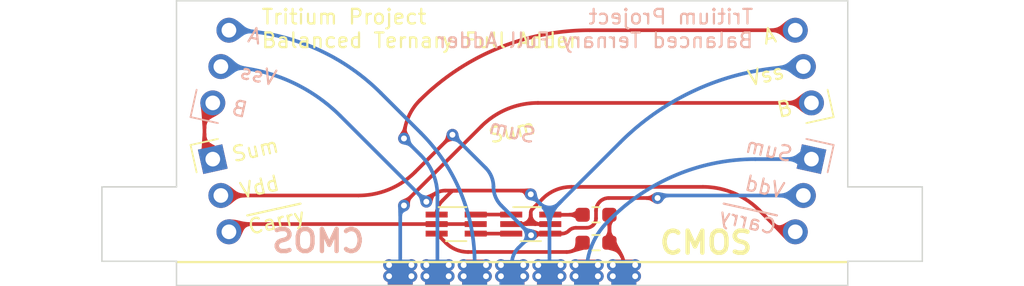
<source format=kicad_pcb>
(kicad_pcb (version 20241229) (generator "pcbnew") (generator_version "9.0")
  (layers (0 "F.Cu" signal) (2 "B.Cu" signal) (13 "F.Paste" user) (15 "B.Paste" user) (5 "F.SilkS" user "F.Silkscreen") (7 "B.SilkS" user "B.Silkscreen") (1 "F.Mask" user) (3 "B.Mask" user) (25 "Edge.Cuts" user))
  (net 0 "")
  (net 1 "Net-(Q1-Pad1)")
  (net 2 "/NAny/A")
  (net 3 "Net-(Q1-Pad3)")
  (net 4 "VDD")
  (net 5 "Net-(Q1-Pad6)")
  (net 6 "VSS")
  (net 7 "/NAny/B")
  (net 8 "Net-(Q2-Pad3)")
  (net 9 "Carry")
  (net 10 "Net-(U1-Pad1)")
  (net 11 "B")
  (net 12 "A")
  (net 13 "Sum")
  (net 14 "C")
  (footprint "Package_TO_SOT_SMD:SOT-363_SC-70-6_Handsoldering" (layer "F.Cu") (at 147.32 80.01)
    (property "Reference" "Q2" (hide yes))
    (property "Value" "BSS8402DW-7-F")
  )
  (footprint "MountingHole:MountingHole_2.2mm_M2" (layer "F.Cu") (at 176.53 80.01)
    (property "Reference" "REF**" (hide yes))
    (property "Value" "MountingHole_2.2mm_M2")
  )
  (footprint "Package_TO_SOT_SMD:SOT-363_SC-70-6_Handsoldering" (layer "F.Cu") (at 152.4 80.01)
    (property "Reference" "Q1" (hide yes))
    (property "Value" "BSS8402DW-7-F")
  )
  (footprint "" (layer "F.Cu") (at 151.13 83.312)
    (property "Reference" "")
    (property "Value" "")
  )
  (footprint "" (layer "F.Cu") (at 158.738304 83.28337)
    (property "Reference" "")
    (property "Value" "")
  )
  (footprint "" (layer "F.Cu") (at 146.05 83.312)
    (property "Reference" "")
    (property "Value" "")
  )
  (footprint "FullAdder:Sum" (layer "F.Cu") (at 151.13 73.66 12.5)
    (property "Reference" "U1" (hide yes))
    (property "Value" "Sum")
  )
  (footprint "Resistor_SMD:R_0603_1608Metric_Pad0.98x0.95mm_HandSolder" (layer "F.Cu") (at 156.845 79.375 180)
    (property "Reference" "R2" (hide yes))
    (property "Value" "12k")
  )
  (footprint "" (layer "F.Cu") (at 143.51 83.312)
    (property "Reference" "")
    (property "Value" "")
  )
  (footprint "Resistor_SMD:R_0603_1608Metric_Pad0.98x0.95mm_HandSolder" (layer "F.Cu") (at 156.845 81.28)
    (property "Reference" "R1" (hide yes))
    (property "Value" "12k")
  )
  (footprint "MountingHole:MountingHole_2.2mm_M2" (layer "F.Cu") (at 125.73 80.01)
    (property "Reference" "REF**" (hide yes))
    (property "Value" "MountingHole_2.2mm_M2")
  )
  (footprint "" (layer "F.Cu") (at 148.57387 83.28337)
    (property "Reference" "")
    (property "Value" "")
  )
  (footprint "" (layer "F.Cu") (at 153.67 83.312)
    (property "Reference" "")
    (property "Value" "")
  )
  (footprint "" (layer "F.Cu") (at 156.206369 83.28337)
    (property "Reference" "")
    (property "Value" "")
  )
  (footprint "" (layer "B.Cu") (at 153.674434 83.28337 180)
    (property "Reference" "")
    (property "Value" "")
  )
  (footprint "" (layer "B.Cu") (at 143.51 83.28337 180)
    (property "Reference" "")
    (property "Value" "")
  )
  (footprint "" (layer "B.Cu") (at 156.198304 83.312 180)
    (property "Reference" "")
    (property "Value" "")
  )
  (footprint "FullAdder:Sum" (layer "B.Cu") (at 151.13 73.66 167.5)
    (property "Reference" "U2" (hide yes))
    (property "Value" "Sum")
  )
  (footprint "" (layer "B.Cu") (at 146.041935 83.28337 180)
    (property "Reference" "")
    (property "Value" "")
  )
  (footprint "" (layer "B.Cu") (at 158.738304 83.312 180)
    (property "Reference" "")
    (property "Value" "")
  )
  (footprint "" (layer "B.Cu") (at 148.578304 83.312 180)
    (property "Reference" "")
    (property "Value" "")
  )
  (footprint "" (layer "B.Cu") (at 151.118304 83.312 180)
    (property "Reference" "")
    (property "Value" "")
  )
  (gr_line (start 128.27 82.601) (end 173.99 82.601) (stroke (width 0.15)) (layer "F.SilkS"))
  (gr_line (start 173.99 77.47) (end 179.07 77.47) (stroke (width 0.1)) (layer "Edge.Cuts"))
  (gr_line (start 128.27 64.77) (end 173.99 64.77) (stroke (width 0.1)) (layer "Edge.Cuts"))
  (gr_line (start 128.27 84.201) (end 173.99 84.201) (stroke (width 0.1)) (layer "Edge.Cuts"))
  (gr_line (start 128.27 77.47) (end 123.19 77.47) (stroke (width 0.1)) (layer "Edge.Cuts"))
  (gr_line (start 179.07 77.47) (end 179.07 82.55) (stroke (width 0.1)) (layer "Edge.Cuts"))
  (gr_line (start 128.27 82.55) (end 128.27 84.201) (stroke (width 0.1)) (layer "Edge.Cuts"))
  (gr_line (start 128.27 64.77) (end 128.27 77.47) (stroke (width 0.1)) (layer "Edge.Cuts"))
  (gr_line (start 173.99 73.66) (end 173.99 77.47) (stroke (width 0.1)) (layer "Edge.Cuts"))
  (gr_line (start 173.99 64.77) (end 173.99 73.66) (stroke (width 0.1)) (layer "Edge.Cuts"))
  (gr_line (start 123.19 82.55) (end 128.27 82.55) (stroke (width 0.1)) (layer "Edge.Cuts"))
  (gr_line (start 173.99 82.55) (end 173.99 84.201) (stroke (width 0.1)) (layer "Edge.Cuts"))
  (gr_line (start 123.19 77.47) (end 123.19 82.55) (stroke (width 0.1)) (layer "Edge.Cuts"))
  (gr_line (start 179.07 82.55) (end 173.99 82.55) (stroke (width 0.1)) (layer "Edge.Cuts"))
  (gr_text "Tritium Project\nBalanced Ternary Full Adder" (at 133.985 66.675 0) (layer "F.SilkS") (effects (font (size 1 1)) (justify left)))
  (gr_text "CMOS" (at 167.64 81.28 0) (layer "F.SilkS") (effects (font (size 1.5 1.5) (thickness 0.3)) (justify right)))
  (gr_text "Tritium Project\nBalanced Ternary Full Adder" (at 167.64 66.675 0) (layer "B.SilkS") (effects (font (size 1 1)) (justify left mirror)))
  (gr_text "CMOS" (at 134.62 81.17 0) (layer "B.SilkS") (effects (font (size 1.5 1.5) (thickness 0.3)) (justify right mirror)))
  (segment (start 148.65 79.36) (end 151.07 79.36) (width 0.25) (layer "F.Cu") (net 1))
  (segment (start 151.765 80.01) (end 151.07 80.01) (width 0.25) (layer "F.Cu") (net 2))
  (segment (start 170.365 80.591422) (end 170.418578 80.537845) (width 0.25) (layer "F.Cu") (net 2))
  (segment (start 164.124935 77.47) (end 155.165512 77.47) (width 0.25) (layer "F.Cu") (net 2))
  (segment (start 169.274028 80.374028) (end 167.9575 79.0575) (width 0.25) (layer "F.Cu") (net 2))
  (segment (start 152.0825 80.01) (end 152.7175 80.01) (width 0.25) (layer "F.Cu") (net 2))
  (segment (start 152.4 79.375) (end 152.4 79.6925) (width 0.25) (layer "F.Cu") (net 2))
  (segment (start 152.4 79.375) (end 152.4 79.2325) (width 0.25) (layer "F.Cu") (net 2))
  (segment (start 151.765 80.01) (end 152.0825 80.01) (width 0.25) (layer "F.Cu") (net 2))
  (segment (start 152.7175 80.01) (end 153.035 80.01) (width 0.25) (layer "F.Cu") (net 2))
  (segment (start 153.035 80.01) (end 153.73 80.01) (width 0.25) (layer "F.Cu") (net 2))
  (segment (start 169.928211 80.645) (end 170.235652 80.645) (width 0.25) (layer "F.Cu") (net 2))
  (segment (start 152.500762 78.989237) (end 153.209999 78.279999) (width 0.25) (layer "F.Cu") (net 2))
  (arc (start 170.365 80.591422) (mid 170.305654 80.631075) (end 170.235652 80.645) (width 0.25) (layer "F.Cu") (net 2))
  (arc (start 152.7175 80.01) (mid 152.492993 79.917006) (end 152.4 79.6925) (width 0.25) (layer "F.Cu") (net 2))
  (arc (start 167.9575 79.0575) (mid 166.199104 77.882577) (end 164.124935 77.47) (width 0.25) (layer "F.Cu") (net 2))
  (arc (start 169.274028 80.374028) (mid 169.574169 80.574576) (end 169.928211 80.645) (width 0.25) (layer "F.Cu") (net 2))
  (arc (start 155.165512 77.47) (mid 154.107196 77.680511) (end 153.209999 78.279999) (width 0.25) (layer "F.Cu") (net 2))
  (arc (start 151.765 80.01) (mid 152.214012 79.824012) (end 152.4 79.375) (width 0.25) (layer "F.Cu") (net 2))
  (arc (start 152.4 79.2325) (mid 152.426187 79.100847) (end 152.500762 78.989237) (width 0.25) (layer "F.Cu") (net 2))
  (arc (start 152.4 79.375) (mid 152.585987 79.824012) (end 153.035 80.01) (width 0.25) (layer "F.Cu") (net 2))
  (arc (start 152.0825 80.01) (mid 152.307006 79.917006) (end 152.4 79.6925) (width 0.25) (layer "F.Cu") (net 2))
  (segment (start 148.65 80.66) (end 151.07 80.66) (width 0.25) (layer "F.Cu") (net 3))
  (segment (start 154.517985 80.66) (end 153.73 80.66) (width 0.25) (layer "F.Cu") (net 4))
  (segment (start 156.845 79.09921) (end 156.845 79.613592) (width 0.25) (layer "F.Cu") (net 4))
  (segment (start 155.474014 80.264) (end 156.194592 80.264) (width 0.25) (layer "F.Cu") (net 4))
  (segment (start 157.71221 78.232) (end 161.036 78.232) (width 0.25) (layer "F.Cu") (net 4))
  (segment (start 144.515739 76.46426) (end 147.066 73.914) (width 0.25) (layer "F.Cu") (net 4))
  (segment (start 152.475502 80.716) (end 152.419502 80.772) (width 0.25) (layer "F.Cu") (net 4))
  (segment (start 140.667983 78.058053) (end 131.291665 78.058053) (width 0.25) (layer "F.Cu") (net 4))
  (segment (start 152.610697 80.66) (end 153.73 80.66) (width 0.25) (layer "F.Cu") (net 4))
  (via (at 150.368 83.566) (size 0.8) (drill 0.4) (layers "F.Cu" "B.Cu") (net 4))
  (via (at 151.892 83.566) (size 0.8) (drill 0.4) (layers "F.Cu" "B.Cu") (net 4))
  (via (at 147.066 73.914) (size 0.8) (drill 0.4) (layers "F.Cu" "B.Cu") (net 4))
  (via (at 151.892 82.804) (size 0.8) (drill 0.4) (layers "F.Cu" "B.Cu") (net 4))
  (via (at 150.368 82.804) (size 0.8) (drill 0.4) (layers "F.Cu" "B.Cu") (net 4))
  (via (at 161.036 78.232) (size 0.8) (drill 0.4) (layers "F.Cu" "B.Cu") (net 4))
  (via (at 152.419502 80.772) (size 0.8) (drill 0.4) (layers "F.Cu" "B.Cu") (net 4))
  (arc (start 154.996 80.462) (mid 155.215314 80.315458) (end 155.474014 80.264) (width 0.25) (layer "F.Cu") (net 4))
  (arc (start 144.515739 76.46426) (mid 142.750373 77.643839) (end 140.667983 78.058053) (width 0.25) (layer "F.Cu") (net 4))
  (arc (start 152.610697 80.66) (mid 152.53753 80.674553) (end 152.475502 80.716) (width 0.25) (layer "F.Cu") (net 4))
  (arc (start 156.845 79.613592) (mid 156.79549 79.862492) (end 156.6545 80.0735) (width 0.25) (layer "F.Cu") (net 4))
  (arc (start 157.71221 78.232) (mid 157.380343 78.298012) (end 157.099 78.486) (width 0.25) (layer "F.Cu") (net 4))
  (arc (start 156.6545 80.0735) (mid 156.443492 80.21449) (end 156.194592 80.264) (width 0.25) (layer "F.Cu") (net 4))
  (arc (start 154.996 80.462) (mid 154.776684 80.608541) (end 154.517985 80.66) (width 0.25) (layer "F.Cu") (net 4))
  (arc (start 157.099 78.486) (mid 156.911012 78.767343) (end 156.845 79.09921) (width 0.25) (layer "F.Cu") (net 4))
  (segment (start 161.332946 78.058053) (end 170.968335 78.058053) (width 0.25) (layer "B.Cu") (net 4))
  (segment (start 151.118304 82.692599) (end 151.118304 83.312) (width 0.25) (layer "B.Cu") (net 4))
  (segment (start 161.036 78.232) (end 161.122973 78.145026) (width 0.25) (layer "B.Cu") (net 4))
  (segment (start 149.328148 76.176148) (end 147.066 73.914) (width 0.25) (layer "B.Cu") (net 4))
  (segment (start 150.391866 78.744364) (end 152.419502 80.772) (width 0.25) (layer "B.Cu") (net 4))
  (segment (start 151.556286 81.635215) (end 152.419502 80.772) (width 0.25) (layer "B.Cu") (net 4))
  (arc (start 149.328148 76.176148) (mid 149.721786 76.765277) (end 149.86 77.460249) (width 0.25) (layer "B.Cu") (net 4))
  (arc (start 150.391866 78.744364) (mid 149.998217 78.155221) (end 149.86 77.460249) (width 0.25) (layer "B.Cu") (net 4))
  (arc (start 161.122973 78.145026) (mid 161.219309 78.080656) (end 161.332946 78.058053) (width 0.25) (layer "B.Cu") (net 4))
  (arc (start 151.556286 81.635215) (mid 151.232131 82.120347) (end 151.118304 82.692599) (width 0.25) (layer "B.Cu") (net 4))
  (segment (start 153.755606 79.375) (end 155.9325 79.375) (width 0.25) (layer "F.Cu") (net 5))
  (segment (start 153.7375 79.3675) (end 153.73 79.36) (width 0.25) (layer "F.Cu") (net 5))
  (arc (start 153.7375 79.3675) (mid 153.745807 79.37305) (end 153.755606 79.375) (width 0.25) (layer "F.Cu") (net 5))
  (segment (start 147.319999 77.724) (end 147.574 77.724) (width 0.25) (layer "F.Cu") (net 6))
  (segment (start 151.966394 77.724) (end 147.574 77.724) (width 0.25) (layer "F.Cu") (net 6))
  (segment (start 147.192999 77.724) (end 147.319999 77.724) (width 0.25) (layer "F.Cu") (net 6))
  (segment (start 146.976196 77.813802) (end 146.378027 78.411972) (width 0.25) (layer "F.Cu") (net 6))
  (segment (start 147.574 77.724) (end 147.319999 77.724) (width 0.25) (layer "F.Cu") (net 6))
  (segment (start 145.669 78.105) (end 145.288 78.486) (width 0.25) (layer "F.Cu") (net 6))
  (segment (start 152.273 77.851) (end 152.4 77.978) (width 0.25) (layer "F.Cu") (net 6))
  (segment (start 147.192999 77.724) (end 147.319999 77.724) (width 0.25) (layer "F.Cu") (net 6))
  (segment (start 146.588815 77.724) (end 147.192999 77.724) (width 0.25) (layer "F.Cu") (net 6))
  (segment (start 145.99 79.3375) (end 145.99 79.34875) (width 0.25) (layer "F.Cu") (net 6))
  (via (at 154.432 83.566) (size 0.8) (drill 0.4) (layers "F.Cu" "B.Cu") (net 6))
  (via (at 152.908 82.804) (size 0.8) (drill 0.4) (layers "F.Cu" "B.Cu") (net 6))
  (via (at 145.288 78.486) (size 0.8) (drill 0.4) (layers "F.Cu" "B.Cu") (net 6))
  (via (at 154.432 82.804) (size 0.8) (drill 0.4) (layers "F.Cu" "B.Cu") (net 6))
  (via (at 152.908 83.566) (size 0.8) (drill 0.4) (layers "F.Cu" "B.Cu") (net 6))
  (via (at 152.4 77.978) (size 0.8) (drill 0.4) (layers "F.Cu" "B.Cu") (net 6))
  (arc (start 146.588815 77.724) (mid 146.091014 77.823018) (end 145.669 78.105) (width 0.25) (layer "F.Cu") (net 6))
  (arc (start 152.273 77.851) (mid 152.132328 77.757006) (end 151.966394 77.724) (width 0.25) (layer "F.Cu") (net 6))
  (arc (start 147.319999 77.724) (mid 147.319999 77.724) (end 147.319999 77.724) (width 0.25) (layer "F.Cu") (net 6))
  (arc (start 147.192999 77.724) (mid 147.192999 77.724) (end 147.192999 77.724) (width 0.25) (layer "F.Cu") (net 6))
  (arc (start 145.99 79.3375) (mid 145.985865 79.316712) (end 145.97409 79.29909) (width 0.25) (layer "F.Cu") (net 6))
  (arc (start 145.99 79.34875) (mid 145.99 79.34875) (end 145.99 79.34875) (width 0.25) (layer "F.Cu") (net 6))
  (arc (start 146.976196 77.813802) (mid 147.075666 77.747338) (end 147.192999 77.724) (width 0.25) (layer "F.Cu") (net 6))
  (arc (start 146.378027 78.411972) (mid 146.090845 78.84177) (end 145.99 79.34875) (width 0.25) (layer "F.Cu") (net 6))
  (segment (start 154.374041 78.552824) (end 154.018233 78.908632) (width 0.25) (layer "B.Cu") (net 6))
  (segment (start 153.037217 78.615217) (end 153.330631 78.908631) (width 0.25) (layer "B.Cu") (net 6))
  (segment (start 154.374041 78.552824) (end 154.31165 78.615216) (width 0.25) (layer "B.Cu") (net 6))
  (segment (start 153.677569 78.998434) (end 153.801433 78.998434) (width 0.25) (layer "B.Cu") (net 6))
  (segment (start 139.438453 72.636453) (end 145.288 78.486) (width 0.25) (layer "B.Cu") (net 6))
  (segment (start 154.498824 78.428041) (end 154.374041 78.552824) (width 0.25) (layer "B.Cu") (net 6))
  (segment (start 153.674434 80.153594) (end 153.674434 83.28337) (width 0.25) (layer "B.Cu") (net 6))
  (segment (start 153.671298 78.998434) (end 153.547434 78.998434) (width 0.25) (layer "B.Cu") (net 6))
  (segment (start 153.674434 79.001569) (end 153.674434 80.153594) (width 0.25) (layer "B.Cu") (net 6))
  (segment (start 153.037217 78.615217) (end 152.4 77.978) (width 0.25) (layer "B.Cu") (net 6))
  (segment (start 154.374041 78.552824) (end 154.498824 78.428041) (width 0.25) (layer "B.Cu") (net 6))
  (segment (start 153.672217 78.996217) (end 153.67 78.994) (width 0.25) (layer "B.Cu") (net 6))
  (segment (start 158.500666 74.426201) (end 154.498824 78.428041) (width 0.25) (layer "B.Cu") (net 6))
  (arc (start 153.037217 78.615217) (mid 153.508826 79.32103) (end 153.674434 80.153594) (width 0.25) (layer "B.Cu") (net 6))
  (arc (start 153.037217 78.615217) (mid 153.674433 78.87916) (end 154.31165 78.615216) (width 0.25) (layer "B.Cu") (net 6))
  (arc (start 153.674434 80.153594) (mid 153.840041 79.32103) (end 154.31165 78.615216) (width 0.25) (layer "B.Cu") (net 6))
  (arc (start 153.674434 79.001569) (mid 153.673515 78.999352) (end 153.671298 78.998434) (width 0.25) (layer "B.Cu") (net 6))
  (arc (start 139.438453 72.636453) (mid 135.700679 70.138953) (end 131.291665 69.261947) (width 0.25) (layer "B.Cu") (net 6))
  (arc (start 153.671298 78.998434) (mid 153.672498 78.997632) (end 153.672217 78.996217) (width 0.25) (layer "B.Cu") (net 6))
  (arc (start 154.374041 78.552824) (mid 154.374041 78.552823) (end 154.374041 78.552824) (width 0.25) (layer "B.Cu") (net 6))
  (arc (start 158.500666 74.426201) (mid 164.220855 70.604093) (end 170.968335 69.261947) (width 0.25) (layer "B.Cu") (net 6))
  (arc (start 154.018233 78.908632) (mid 153.918764 78.975095) (end 153.801433 78.998434) (width 0.25) (layer "B.Cu") (net 6))
  (arc (start 153.677569 78.998434) (mid 153.675352 78.999352) (end 153.674434 79.001569) (width 0.25) (layer "B.Cu") (net 6))
  (arc (start 153.330631 78.908631) (mid 153.430101 78.975094) (end 153.547434 78.998434) (width 0.25) (layer "B.Cu") (net 6))
  (arc (start 153.672217 78.996217) (mid 153.674672 78.997857) (end 153.677569 78.998434) (width 0.25) (layer "B.Cu") (net 6))
  (segment (start 145.99 80.01) (end 148.65 80.01) (width 0.25) (layer "F.Cu") (net 7))
  (segment (start 132.742509 80.01) (end 145.99 80.01) (width 0.25) (layer "F.Cu") (net 7))
  (segment (start 132.105344 80.273922) (end 131.841422 80.537845) (width 0.25) (layer "F.Cu") (net 7))
  (arc (start 132.105344 80.273922) (mid 132.397678 80.078591) (end 132.742509 80.01) (width 0.25) (layer "F.Cu") (net 7))
  (segment (start 148.132419 81.915) (end 154.848487 81.915) (width 0.25) (layer "F.Cu") (net 8))
  (segment (start 146.6175 81.2875) (end 145.99 80.66) (width 0.25) (layer "F.Cu") (net 8))
  (segment (start 155.615 81.5975) (end 155.9325 81.28) (width 0.25) (layer "F.Cu") (net 8))
  (arc (start 155.615 81.5975) (mid 155.26332 81.832484) (end 154.848487 81.915) (width 0.25) (layer "F.Cu") (net 8))
  (arc (start 148.132419 81.915) (mid 147.31255 81.751918) (end 146.6175 81.2875) (width 0.25) (layer "F.Cu") (net 8))
  (segment (start 158.376772 81.899272) (end 157.7575 81.28) (width 0.25) (layer "F.Cu") (net 9))
  (segment (start 158.738304 82.772087) (end 158.738304 83.28337) (width 0.25) (layer "F.Cu") (net 9))
  (segment (start 157.7575 81.28) (end 157.7575 79.375) (width 0.25) (layer "F.Cu") (net 9))
  (via (at 159.512 82.804) (size 0.8) (drill 0.4) (layers "F.Cu" "B.Cu") (net 9))
  (via (at 157.988 82.804) (size 0.8) (drill 0.4) (layers "F.Cu" "B.Cu") (net 9))
  (via (at 157.988 83.566) (size 0.8) (drill 0.4) (layers "F.Cu" "B.Cu") (net 9))
  (via (at 159.512 83.566) (size 0.8) (drill 0.4) (layers "F.Cu" "B.Cu") (net 9))
  (arc (start 158.376772 81.899272) (mid 158.644344 82.299723) (end 158.738304 82.772087) (width 0.25) (layer "F.Cu") (net 9))
  (segment (start 130.175 73.425865) (end 130.175 73.894134) (width 0.25) (layer "F.Cu") (net 10))
  (segment (start 130.458454 74.578454) (end 130.48864 74.60864) (width 0.25) (layer "F.Cu") (net 10))
  (segment (start 130.458454 72.741545) (end 130.48864 72.711359) (width 0.25) (layer "F.Cu") (net 10))
  (segment (start 130.741909 75.220085) (end 130.741909 75.578261) (width 0.25) (layer "F.Cu") (net 10))
  (segment (start 130.741909 72.099915) (end 130.741909 71.741739) (width 0.25) (layer "F.Cu") (net 10))
  (arc (start 130.48864 74.60864) (mid 130.676086 74.889173) (end 130.741909 75.220085) (width 0.25) (layer "F.Cu") (net 10))
  (arc (start 130.175 73.425865) (mid 130.248667 73.055513) (end 130.458454 72.741545) (width 0.25) (layer "F.Cu") (net 10))
  (arc (start 130.741909 72.099915) (mid 130.676086 72.430826) (end 130.48864 72.711359) (width 0.25) (layer "F.Cu") (net 10))
  (arc (start 130.458454 74.578454) (mid 130.248667 74.264485) (end 130.175 73.894134) (width 0.25) (layer "F.Cu") (net 10))
  (segment (start 156.391738 66.782155) (end 170.418578 66.782155) (width 0.25) (layer "F.Cu") (net 11))
  (via (at 146.812 83.566) (size 0.8) (drill 0.4) (layers "F.Cu" "B.Cu") (net 11))
  (via (at 145.288 82.804) (size 0.8) (drill 0.4) (layers "F.Cu" "B.Cu") (net 11))
  (via (at 143.764 74.168) (size 0.8) (drill 0.4) (layers "F.Cu" "B.Cu") (net 11))
  (via (at 145.288 83.566) (size 0.8) (drill 0.4) (layers "F.Cu" "B.Cu") (net 11))
  (via (at 146.812 82.804) (size 0.8) (drill 0.4) (layers "F.Cu" "B.Cu") (net 11))
  (arc (start 144.841632 71.566367) (mid 144.044067 72.760006) (end 143.764 74.168) (width 0.25) (layer "F.Cu") (net 11))
  (arc (start 144.841632 71.566367) (mid 150.140866 68.025531) (end 156.391738 66.782155) (width 0.25) (layer "F.Cu") (net 11))
  (segment (start 146.041935 78.056678) (end 146.041935 83.28337) (width 0.25) (layer "B.Cu") (net 11))
  (segment (start 144.902967 75.306967) (end 143.764 74.168) (width 0.25) (layer "B.Cu") (net 11))
  (arc (start 146.041935 78.056678) (mid 145.745926 76.568545) (end 144.902967 75.306967) (width 0.25) (layer "B.Cu") (net 11))
  (segment (start 143.764 78.74) (end 143.764 78.676155) (width 0.25) (layer "F.Cu") (net 12))
  (segment (start 143.809145 78.567164) (end 149.040778 73.335531) (width 0.25) (layer "F.Cu") (net 12))
  (segment (start 152.888534 71.741739) (end 171.518091 71.741739) (width 0.25) (layer "F.Cu") (net 12))
  (via (at 144.272 82.804) (size 0.8) (drill 0.4) (layers "F.Cu" "B.Cu") (net 12))
  (via (at 144.272 83.566) (size 0.8) (drill 0.4) (layers "F.Cu" "B.Cu") (net 12))
  (via (at 143.764 78.74) (size 0.8) (drill 0.4) (layers "F.Cu" "B.Cu") (net 12))
  (via (at 142.748 83.566) (size 0.8) (drill 0.4) (layers "F.Cu" "B.Cu") (net 12))
  (via (at 142.748 82.804) (size 0.8) (drill 0.4) (layers "F.Cu" "B.Cu") (net 12))
  (arc (start 143.809145 78.567164) (mid 143.775732 78.617169) (end 143.764 78.676155) (width 0.25) (layer "F.Cu") (net 12))
  (arc (start 152.888534 71.741739) (mid 150.806143 72.155952) (end 149.040778 73.335531) (width 0.25) (layer "F.Cu") (net 12))
  (segment (start 143.764 78.74) (end 143.637 78.867) (width 0.25) (layer "B.Cu") (net 12))
  (segment (start 143.51 79.173605) (end 143.51 83.28337) (width 0.25) (layer "B.Cu") (net 12))
  (arc (start 143.51 79.173605) (mid 143.543006 79.007671) (end 143.637 78.867) (width 0.25) (layer "B.Cu") (net 12))
  (via (at 156.972 82.804) (size 0.8) (drill 0.4) (layers "F.Cu" "B.Cu") (net 13))
  (via (at 156.972 83.566) (size 0.8) (drill 0.4) (layers "F.Cu" "B.Cu") (net 13))
  (via (at 155.448 82.804) (size 0.8) (drill 0.4) (layers "F.Cu" "B.Cu") (net 13))
  (via (at 155.448 83.566) (size 0.8) (drill 0.4) (layers "F.Cu" "B.Cu") (net 13))
  (segment (start 157.626852 79.863147) (end 157.826185 79.663814) (width 0.25) (layer "B.Cu") (net 13))
  (segment (start 167.689584 75.578261) (end 171.518091 75.578261) (width 0.25) (layer "B.Cu") (net 13))
  (arc (start 157.626852 79.863147) (mid 156.569572 81.445478) (end 156.198304 83.312) (width 0.25) (layer "B.Cu") (net 13))
  (arc (start 157.826185 79.663814) (mid 162.351551 76.640062) (end 167.689584 75.578261) (width 0.25) (layer "B.Cu") (net 13))
  (via (at 147.828 83.566) (size 0.8) (drill 0.4) (layers "F.Cu" "B.Cu") (net 14))
  (via (at 149.352 83.566) (size 0.8) (drill 0.4) (layers "F.Cu" "B.Cu") (net 14))
  (via (at 147.828 82.804) (size 0.8) (drill 0.4) (layers "F.Cu" "B.Cu") (net 14))
  (via (at 149.352 82.804) (size 0.8) (drill 0.4) (layers "F.Cu" "B.Cu") (net 14))
  (segment (start 144.909918 73.789918) (end 142.187702 71.067702) (width 0.25) (layer "B.Cu") (net 14))
  (segment (start 148.578304 82.646187) (end 148.578304 83.312) (width 0.25) (layer "B.Cu") (net 14))
  (arc (start 144.909918 73.789918) (mid 147.624922 77.853209) (end 148.578304 82.646187) (width 0.25) (layer "B.Cu") (net 14))
  (arc (start 142.187702 71.067702) (mid 137.440812 67.895932) (end 131.841422 66.782155) (width 0.25) (layer "B.Cu") (net 14))
  (zone (net 5) (net_name "Net-(Q1-Pad6)") (layer "F.Cu") (priority 16962) (connect_pads yes (clearance 0)) (min_thickness 0.0254) (fill yes (thermal_gap 0.508) (thermal_bridge_width 0.508))
    (polygon (pts (xy 154.9875 79.5) (xy 155.096689 79.504413) (xy 155.187597 79.517037) (xy 155.264131 79.536946) (xy 155.330195 79.563213) (xy 155.389695 79.594913) (xy 155.446538 79.63112) (xy 155.50463 79.670908) (xy 155.567875 79.713351) (xy 155.640181 79.757523) (xy 155.725453 79.8025) (xy 156.17 79.375) (xy 155.725453 78.9475) (xy 155.640181 78.992476) (xy 155.567875 79.036648) (xy 155.50463 79.079091) (xy 155.446538 79.118879) (xy 155.389695 79.155086) (xy 155.330195 79.186786) (xy 155.264131 79.213053) (xy 155.187597 79.232962) (xy 155.096689 79.245586) (xy 154.9875 79.25)))
  )
  (zone (net 6) (net_name "VSS") (layer "F.Cu") (priority 16962) (connect_pads yes (clearance 0)) (min_thickness 0.0254) (fill yes (thermal_gap 0.508) (thermal_bridge_width 0.508))
    (polygon (pts (xy 145.927347 78.928088) (xy 145.913634 78.975089) (xy 145.902479 79.016274) (xy 145.893143 79.052675) (xy 145.884888 79.085324) (xy 145.876974 79.115253) (xy 145.868663 79.143494) (xy 145.859216 79.171079) (xy 145.847893 79.199041) (xy 145.833957 79.228411) (xy 145.816668 79.260222) (xy 145.982877 79.459745) (xy 146.175752 79.285866) (xy 146.164952 79.25795) (xy 146.155929 79.231991) (xy 146.148842 79.207204) (xy 146.143845 79.182806) (xy 146.141098 79.158011) (xy 146.140756 79.132035) (xy 146.142977 79.104093) (xy 146.147918 79.073402) (xy 146.155736 79.039176) (xy 146.166589 79.000632)))
  )
  (zone (net 5) (net_name "Net-(Q1-Pad6)") (layer "F.Cu") (priority 16962) (connect_pads yes (clearance 0)) (min_thickness 0.0254) (fill yes (thermal_gap 0.508) (thermal_bridge_width 0.508))
    (polygon (pts (xy 154.135606 79.25) (xy 154.091813 79.249776) (xy 154.053429 79.248923) (xy 154.019526 79.247169) (xy 153.989181 79.244243) (xy 153.96147 79.239871) (xy 153.935466 79.233783) (xy 153.910247 79.225706) (xy 153.884886 79.215367) (xy 153.85846 79.202496) (xy 153.830044 79.186821) (xy 153.630266 79.352724) (xy 153.803849 79.545866) (xy 153.836348 79.533563) (xy 153.866099 79.523683) (xy 153.894187 79.515962) (xy 153.921701 79.510132) (xy 153.949727 79.505929) (xy 153.979353 79.503085) (xy 154.011667 79.501337) (xy 154.047755 79.500417) (xy 154.088706 79.500059) (xy 154.135606 79.5)))
  )
  (zone (net 4) (net_name "VDD") (layer "F.Cu") (priority 16962) (connect_pads yes (clearance 0)) (min_thickness 0.0254) (fill yes (thermal_gap 0.508) (thermal_bridge_width 0.508))
    (polygon (pts (xy 153.34 80.785) (xy 153.383131 80.785211) (xy 153.420836 80.785997) (xy 153.454078 80.787583) (xy 153.483822 80.790193) (xy 153.511032 80.794053) (xy 153.536672 80.799389) (xy 153.561707 80.806427) (xy 153.587101 80.81539) (xy 153.613818 80.826506) (xy 153.642823 80.84) (xy 153.83 80.66) (xy 153.642823 80.48) (xy 153.613818 80.493493) (xy 153.587101 80.504609) (xy 153.561707 80.513572) (xy 153.536672 80.52061) (xy 153.511032 80.525946) (xy 153.483822 80.529806) (xy 153.454078 80.532416) (xy 153.420836 80.534002) (xy 153.383131 80.534788) (xy 153.34 80.535)))
  )
  (zone (net 6) (net_name "VSS") (layer "F.Cu") (priority 16962) (connect_pads yes (clearance 0)) (min_thickness 0.0254) (fill yes (thermal_gap 0.508) (thermal_bridge_width 0.508))
    (polygon (pts (xy 145.933059 77.75874) (xy 145.82875 77.812872) (xy 145.740163 77.858794) (xy 145.663624 77.897986) (xy 145.595462 77.931926) (xy 145.532004 77.962095) (xy 145.469578 77.989972) (xy 145.404509 78.017036) (xy 145.333127 78.044768) (xy 145.251758 78.074648) (xy 145.15673 78.108154) (xy 145.146579 78.627421) (xy 145.665846 78.61727) (xy 145.692945 78.531238) (xy 145.713925 78.452389) (xy 145.732008 78.379894) (xy 145.750414 78.312924) (xy 145.772365 78.25065) (xy 145.801082 78.192245) (xy 145.839787 78.136879) (xy 145.891699 78.083724) (xy 145.960041 78.03195) (xy 146.048035 77.98073)))
  )
  (zone (net 2) (net_name "/NAny/A") (layer "F.Cu") (priority 16962) (connect_pads yes (clearance 0)) (min_thickness 0.0254) (fill yes (thermal_gap 0.508) (thermal_bridge_width 0.508))
    (polygon (pts (xy 168.815544 80.092321) (xy 168.955869 80.233894) (xy 169.073048 80.35446) (xy 169.172415 80.458819) (xy 169.259308 80.551773) (xy 169.339063 80.638125) (xy 169.417015 80.722674) (xy 169.498503 80.810223) (xy 169.588862 80.905573) (xy 169.693428 81.013527) (xy 169.817538 81.138885) (xy 170.842132 80.572867) (xy 170.112374 79.744915) (xy 169.978469 79.804283) (xy 169.855208 79.87029) (xy 169.740424 79.936922) (xy 169.631952 79.998162) (xy 169.527624 80.047996) (xy 169.425273 80.080409) (xy 169.322734 80.089385) (xy 169.21784 80.06891) (xy 169.108424 80.012968) (xy 168.992321 79.915544)))
  )
  (zone (net 7) (net_name "/NAny/B") (layer "F.Cu") (priority 16962) (connect_pads yes (clearance 0)) (min_thickness 0.0254) (fill yes (thermal_gap 0.508) (thermal_bridge_width 0.508))
    (polygon (pts (xy 148.26 80.135) (xy 148.303131 80.135211) (xy 148.340836 80.135997) (xy 148.374078 80.137583) (xy 148.403822 80.140193) (xy 148.431032 80.144053) (xy 148.456672 80.149389) (xy 148.481707 80.156427) (xy 148.507101 80.16539) (xy 148.533818 80.176506) (xy 148.562823 80.19) (xy 148.75 80.01) (xy 148.562823 79.83) (xy 148.533818 79.843493) (xy 148.507101 79.854609) (xy 148.481707 79.863572) (xy 148.456672 79.87061) (xy 148.431032 79.875946) (xy 148.403822 79.879806) (xy 148.374078 79.882416) (xy 148.340836 79.884002) (xy 148.303131 79.884788) (xy 148.26 79.885)))
  )
  (zone (net 3) (net_name "Net-(Q1-Pad3)") (layer "F.Cu") (priority 16962) (connect_pads yes (clearance 0)) (min_thickness 0.0254) (fill yes (thermal_gap 0.508) (thermal_bridge_width 0.508))
    (polygon (pts (xy 149.04 80.535) (xy 148.996868 80.534788) (xy 148.959163 80.534002) (xy 148.925921 80.532416) (xy 148.896177 80.529806) (xy 148.868967 80.525946) (xy 148.843327 80.52061) (xy 148.818292 80.513572) (xy 148.792898 80.504609) (xy 148.766181 80.493493) (xy 148.737177 80.48) (xy 148.55 80.66) (xy 148.737177 80.84) (xy 148.766181 80.826506) (xy 148.792898 80.81539) (xy 148.818292 80.806427) (xy 148.843327 80.799389) (xy 148.868967 80.794053) (xy 148.896177 80.790193) (xy 148.925921 80.787583) (xy 148.959163 80.785997) (xy 148.996868 80.785211) (xy 149.04 80.785)))
  )
  (zone (net 11) (net_name "B") (layer "F.Cu") (priority 16962) (connect_pads yes (clearance 0)) (min_thickness 0.0254) (fill yes (thermal_gap 0.508) (thermal_bridge_width 0.508))
    (polygon (pts (xy 168.728578 66.907155) (xy 168.927976 66.917457) (xy 169.09145 66.946628) (xy 169.226851 66.992069) (xy 169.342029 67.051176) (xy 169.444836 67.12135) (xy 169.543122 67.199987) (xy 169.644737 67.284488) (xy 169.757534 67.37225) (xy 169.889361 67.460673) (xy 170.048072 67.547155) (xy 170.843578 66.782155) (xy 170.048072 66.017155) (xy 169.889361 66.103636) (xy 169.757534 66.192059) (xy 169.644737 66.279821) (xy 169.543122 66.364322) (xy 169.444836 66.442959) (xy 169.342029 66.513133) (xy 169.226851 66.57224) (xy 169.09145 66.617681) (xy 168.927976 66.646852) (xy 168.728578 66.657155)))
  )
  (zone (net 12) (net_name "A") (layer "F.Cu") (priority 16962) (connect_pads yes (clearance 0)) (min_thickness 0.0254) (fill yes (thermal_gap 0.508) (thermal_bridge_width 0.508))
    (polygon (pts (xy 169.828091 71.866739) (xy 170.027489 71.877041) (xy 170.190963 71.906212) (xy 170.326364 71.951653) (xy 170.441542 72.01076) (xy 170.544349 72.080934) (xy 170.642635 72.159571) (xy 170.74425 72.244072) (xy 170.857047 72.331834) (xy 170.988874 72.420257) (xy 171.147585 72.506739) (xy 171.943091 71.741739) (xy 171.147585 70.976739) (xy 170.988874 71.06322) (xy 170.857047 71.151643) (xy 170.74425 71.239405) (xy 170.642635 71.323906) (xy 170.544349 71.402543) (xy 170.441542 71.472717) (xy 170.326364 71.531824) (xy 170.190963 71.577265) (xy 170.027489 71.606436) (xy 169.828091 71.616739)))
  )
  (zone (net 4) (net_name "VDD") (layer "F.Cu") (priority 16962) (connect_pads yes (clearance 0)) (min_thickness 0.0254) (fill yes (thermal_gap 0.508) (thermal_bridge_width 0.508))
    (polygon (pts (xy 160.246 78.357) (xy 160.336461 78.360266) (xy 160.412222 78.369658) (xy 160.476389 78.384564) (xy 160.532064 78.404374) (xy 160.582352 78.428476) (xy 160.630359 78.456261) (xy 160.679187 78.487116) (xy 160.731941 78.520432) (xy 160.791725 78.555596) (xy 160.861645 78.592) (xy 161.236 78.232) (xy 160.861645 77.872) (xy 160.791725 77.908403) (xy 160.731941 77.943567) (xy 160.679187 77.976883) (xy 160.630359 78.007738) (xy 160.582352 78.035523) (xy 160.532064 78.059625) (xy 160.476389 78.079435) (xy 160.412222 78.094341) (xy 160.336461 78.103733) (xy 160.246 78.107)))
  )
  (zone (net 9) (net_name "Carry") (layer "F.Cu") (priority 16962) (connect_pads yes (clearance 0)) (min_thickness 0.0254) (fill yes (thermal_gap 0.508) (thermal_bridge_width 0.508))
    (polygon (pts (xy 157.6325 80.335) (xy 157.628086 80.444189) (xy 157.615462 80.535097) (xy 157.595553 80.611631) (xy 157.569286 80.677695) (xy 157.537586 80.737195) (xy 157.501379 80.794038) (xy 157.461591 80.85213) (xy 157.419148 80.915375) (xy 157.374976 80.987681) (xy 157.33 81.072953) (xy 157.7575 81.5175) (xy 158.185 81.072953) (xy 158.140023 80.987681) (xy 158.095851 80.915375) (xy 158.053408 80.85213) (xy 158.01362 80.794038) (xy 157.977413 80.737195) (xy 157.945713 80.677695) (xy 157.919446 80.611631) (xy 157.899537 80.535097) (xy 157.886913 80.444189) (xy 157.8825 80.335)))
  )
  (zone (net 10) (net_name "Net-(U1-Pad1)") (layer "F.Cu") (priority 16962) (connect_pads yes (clearance 0)) (min_thickness 0.0254) (fill yes (thermal_gap 0.508) (thermal_bridge_width 0.508))
    (polygon (pts (xy 130.303632 73.504064) (xy 130.30261 73.291917) (xy 130.340219 73.125517) (xy 130.410926 72.995492) (xy 130.5092 72.892473) (xy 130.629507 72.80709) (xy 130.766314 72.729971) (xy 130.91409 72.651747) (xy 131.067302 72.563049) (xy 131.220416 72.454504) (xy 131.367902 72.316745) (xy 130.864229 71.334723) (xy 129.902643 71.87639) (xy 129.932993 72.075896) (xy 129.955589 72.246285) (xy 129.972079 72.395605) (xy 129.984106 72.53191) (xy 129.993316 72.663249) (xy 130.001355 72.797674) (xy 130.009869 72.943235) (xy 130.020502 73.107983) (xy 130.0349 73.299971) (xy 130.05471 73.527248)))
  )
  (zone (net 4) (net_name "VDD") (layer "F.Cu") (priority 16962) (connect_pads yes (clearance 0)) (min_thickness 0.0254) (fill yes (thermal_gap 0.508) (thermal_bridge_width 0.508))
    (polygon (pts (xy 146.595775 74.561002) (xy 146.66205 74.499346) (xy 146.722262 74.452415) (xy 146.778175 74.417583) (xy 146.83155 74.392222) (xy 146.884153 74.373706) (xy 146.937745 74.359407) (xy 146.994089 74.346699) (xy 147.054949 74.332953) (xy 147.122088 74.315545) (xy 147.19727 74.291846) (xy 147.207421 73.772579) (xy 146.688154 73.78273) (xy 146.664454 73.857911) (xy 146.647046 73.92505) (xy 146.6333 73.98591) (xy 146.620592 74.042254) (xy 146.606293 74.095846) (xy 146.587777 74.148449) (xy 146.562416 74.201824) (xy 146.527584 74.257737) (xy 146.480653 74.317949) (xy 146.418998 74.384225)))
  )
  (zone (net 8) (net_name "Net-(Q2-Pad3)") (layer "F.Cu") (priority 16962) (connect_pads yes (clearance 0)) (min_thickness 0.0254) (fill yes (thermal_gap 0.508) (thermal_bridge_width 0.508))
    (polygon (pts (xy 146.354159 80.847383) (xy 146.32381 80.816734) (xy 146.297704 80.789517) (xy 146.27532 80.764891) (xy 146.256133 80.742013) (xy 146.239623 80.720043) (xy 146.225266 80.69814) (xy 146.21254 80.675461) (xy 146.200922 80.651167) (xy 146.189891 80.624415) (xy 146.178923 80.594365) (xy 145.91929 80.58929) (xy 145.924365 80.848923) (xy 145.954415 80.859891) (xy 145.981167 80.870922) (xy 146.005461 80.88254) (xy 146.02814 80.895266) (xy 146.050043 80.909623) (xy 146.072013 80.926133) (xy 146.094891 80.94532) (xy 146.119517 80.967704) (xy 146.146734 80.99381) (xy 146.177383 81.024159)))
  )
  (zone (net 7) (net_name "/NAny/B") (layer "F.Cu") (priority 16962) (connect_pads yes (clearance 0)) (min_thickness 0.0254) (fill yes (thermal_gap 0.508) (thermal_bridge_width 0.508))
    (polygon (pts (xy 145.6 80.135) (xy 145.643131 80.135211) (xy 145.680836 80.135997) (xy 145.714078 80.137583) (xy 145.743822 80.140193) (xy 145.771032 80.144053) (xy 145.796672 80.149389) (xy 145.821707 80.156427) (xy 145.847101 80.16539) (xy 145.873818 80.176506) (xy 145.902823 80.19) (xy 146.09 80.01) (xy 145.902823 79.83) (xy 145.873818 79.843493) (xy 145.847101 79.854609) (xy 145.821707 79.863572) (xy 145.796672 79.87061) (xy 145.771032 79.875946) (xy 145.743822 79.879806) (xy 145.714078 79.882416) (xy 145.680836 79.884002) (xy 145.643131 79.884788) (xy 145.6 79.885)))
  )
  (zone (net 9) (net_name "Carry") (layer "F.Cu") (priority 16962) (connect_pads yes (clearance 0)) (min_thickness 0.0254) (fill yes (thermal_gap 0.508) (thermal_bridge_width 0.508))
    (polygon (pts (xy 158.755684 82.242014) (xy 158.686051 82.085076) (xy 158.622235 81.954335) (xy 158.563277 81.843729) (xy 158.508221 81.747196) (xy 158.456109 81.658676) (xy 158.405983 81.572107) (xy 158.356885 81.481428) (xy 158.307859 81.380578) (xy 158.257947 81.263494) (xy 158.206192 81.124117) (xy 157.589563 81.112063) (xy 157.601617 81.728692) (xy 157.731514 81.770193) (xy 157.850574 81.803576) (xy 157.959734 81.833516) (xy 158.059932 81.86469) (xy 158.152108 81.901773) (xy 158.237198 81.949442) (xy 158.316141 82.012373) (xy 158.389877 82.095241) (xy 158.459342 82.202724) (xy 158.525476 82.339498)))
  )
  (zone (net 7) (net_name "/NAny/B") (layer "F.Cu") (priority 16962) (connect_pads yes (clearance 0)) (min_thickness 0.0254) (fill yes (thermal_gap 0.508) (thermal_bridge_width 0.508))
    (polygon (pts (xy 146.38 79.885) (xy 146.336868 79.884788) (xy 146.299163 79.884002) (xy 146.265921 79.882416) (xy 146.236177 79.879806) (xy 146.208967 79.875946) (xy 146.183327 79.87061) (xy 146.158292 79.863572) (xy 146.132898 79.854609) (xy 146.106181 79.843493) (xy 146.077177 79.83) (xy 145.89 80.01) (xy 146.077177 80.19) (xy 146.106181 80.176506) (xy 146.132898 80.16539) (xy 146.158292 80.156427) (xy 146.183327 80.149389) (xy 146.208967 80.144053) (xy 146.236177 80.140193) (xy 146.265921 80.137583) (xy 146.299163 80.135997) (xy 146.336868 80.135211) (xy 146.38 80.135)))
  )
  (zone (net 3) (net_name "Net-(Q1-Pad3)") (layer "F.Cu") (priority 16962) (connect_pads yes (clearance 0)) (min_thickness 0.0254) (fill yes (thermal_gap 0.508) (thermal_bridge_width 0.508))
    (polygon (pts (xy 150.68 80.785) (xy 150.723131 80.785211) (xy 150.760836 80.785997) (xy 150.794078 80.787583) (xy 150.823822 80.790193) (xy 150.851032 80.794053) (xy 150.876672 80.799389) (xy 150.901707 80.806427) (xy 150.927101 80.81539) (xy 150.953818 80.826506) (xy 150.982823 80.84) (xy 151.17 80.66) (xy 150.982823 80.48) (xy 150.953818 80.493493) (xy 150.927101 80.504609) (xy 150.901707 80.513572) (xy 150.876672 80.52061) (xy 150.851032 80.525946) (xy 150.823822 80.529806) (xy 150.794078 80.532416) (xy 150.760836 80.534002) (xy 150.723131 80.534788) (xy 150.68 80.535)))
  )
  (zone (net 4) (net_name "VDD") (layer "F.Cu") (priority 16962) (connect_pads yes (clearance 0)) (min_thickness 0.0254) (fill yes (thermal_gap 0.508) (thermal_bridge_width 0.508))
    (polygon (pts (xy 132.981665 77.933053) (xy 132.782266 77.92275) (xy 132.618792 77.893579) (xy 132.483391 77.848138) (xy 132.368213 77.789031) (xy 132.265406 77.718857) (xy 132.16712 77.64022) (xy 132.065505 77.555719) (xy 131.952708 77.467957) (xy 131.820881 77.379534) (xy 131.662171 77.293053) (xy 130.866665 78.058053) (xy 131.662171 78.823053) (xy 131.820881 78.736571) (xy 131.952708 78.648148) (xy 132.065505 78.560386) (xy 132.16712 78.475885) (xy 132.265406 78.397248) (xy 132.368213 78.327074) (xy 132.483391 78.267967) (xy 132.618792 78.222526) (xy 132.782266 78.193355) (xy 132.981665 78.183053)))
  )
  (zone (net 11) (net_name "B") (layer "F.Cu") (priority 16962) (connect_pads yes (clearance 0)) (min_thickness 0.0254) (fill yes (thermal_gap 0.508) (thermal_bridge_width 0.508))
    (polygon (pts (xy 143.728585 73.347323) (xy 143.705307 73.441024) (xy 143.680743 73.518873) (xy 143.654693 73.584231) (xy 143.626958 73.640459) (xy 143.597338 73.690919) (xy 143.565634 73.738972) (xy 143.531648 73.787979) (xy 143.495181 73.841302) (xy 143.456033 73.902303) (xy 143.414005 73.974343) (xy 143.753134 74.367704) (xy 144.132941 74.013461) (xy 144.101226 73.944057) (xy 144.069608 73.883683) (xy 144.039358 73.829634) (xy 144.011747 73.779206) (xy 143.988047 73.729695) (xy 143.969529 73.678397) (xy 143.957463 73.622607) (xy 143.953122 73.559623) (xy 143.957776 73.486739) (xy 143.972697 73.401253)))
  )
  (zone (net 1) (net_name "Net-(Q1-Pad1)") (layer "F.Cu") (priority 16962) (connect_pads yes (clearance 0)) (min_thickness 0.0254) (fill yes (thermal_gap 0.508) (thermal_bridge_width 0.508))
    (polygon (pts (xy 149.04 79.235) (xy 148.996868 79.234788) (xy 148.959163 79.234002) (xy 148.925921 79.232416) (xy 148.896177 79.229806) (xy 148.868967 79.225946) (xy 148.843327 79.22061) (xy 148.818292 79.213572) (xy 148.792898 79.204609) (xy 148.766181 79.193493) (xy 148.737177 79.18) (xy 148.55 79.36) (xy 148.737177 79.54) (xy 148.766181 79.526506) (xy 148.792898 79.51539) (xy 148.818292 79.506427) (xy 148.843327 79.499389) (xy 148.868967 79.494053) (xy 148.896177 79.490193) (xy 148.925921 79.487583) (xy 148.959163 79.485997) (xy 148.996868 79.485211) (xy 149.04 79.485)))
  )
  (zone (net 2) (net_name "/NAny/A") (layer "F.Cu") (priority 16962) (connect_pads yes (clearance 0)) (min_thickness 0.0254) (fill yes (thermal_gap 0.508) (thermal_bridge_width 0.508))
    (polygon (pts (xy 151.46 79.885) (xy 151.416868 79.884788) (xy 151.379163 79.884002) (xy 151.345921 79.882416) (xy 151.316177 79.879806) (xy 151.288967 79.875946) (xy 151.263327 79.87061) (xy 151.238292 79.863572) (xy 151.212898 79.854609) (xy 151.186181 79.843493) (xy 151.157177 79.83) (xy 150.97 80.01) (xy 151.157177 80.19) (xy 151.186181 80.176506) (xy 151.212898 80.16539) (xy 151.238292 80.156427) (xy 151.263327 80.149389) (xy 151.288967 80.144053) (xy 151.316177 80.140193) (xy 151.345921 80.137583) (xy 151.379163 80.135997) (xy 151.416868 80.135211) (xy 151.46 80.135)))
  )
  (zone (net 10) (net_name "Net-(U1-Pad1)") (layer "F.Cu") (priority 16962) (connect_pads yes (clearance 0)) (min_thickness 0.0254) (fill yes (thermal_gap 0.508) (thermal_bridge_width 0.508))
    (polygon (pts (xy 130.054691 73.792766) (xy 130.034885 74.02004) (xy 130.02049 74.212025) (xy 130.00986 74.376772) (xy 130.001349 74.522332) (xy 129.993312 74.656755) (xy 129.984104 74.788093) (xy 129.972078 74.924396) (xy 129.95559 75.073715) (xy 129.932993 75.244101) (xy 129.902643 75.443606) (xy 130.864228 75.985278) (xy 131.367904 75.003258) (xy 131.220418 74.865497) (xy 131.067302 74.756953) (xy 130.91409 74.668255) (xy 130.766312 74.590033) (xy 130.629502 74.512916) (xy 130.509193 74.427534) (xy 130.410917 74.324517) (xy 130.340206 74.194493) (xy 130.302594 74.028093) (xy 130.303613 73.815946)))
  )
  (zone (net 9) (net_name "Carry") (layer "F.Cu") (priority 16962) (connect_pads yes (clearance 0)) (min_thickness 0.0254) (fill yes (thermal_gap 0.508) (thermal_bridge_width 0.508))
    (polygon (pts (xy 157.8825 80.32) (xy 157.886913 80.21081) (xy 157.899537 80.119902) (xy 157.919446 80.043368) (xy 157.945713 79.977304) (xy 157.977413 79.917804) (xy 158.01362 79.860961) (xy 158.053408 79.802869) (xy 158.095851 79.739624) (xy 158.140023 79.667318) (xy 158.185 79.582047) (xy 157.7575 79.1375) (xy 157.33 79.582047) (xy 157.374976 79.667318) (xy 157.419148 79.739624) (xy 157.461591 79.802869) (xy 157.501379 79.860961) (xy 157.537586 79.917804) (xy 157.569286 79.977304) (xy 157.595553 80.043368) (xy 157.615462 80.119902) (xy 157.628086 80.21081) (xy 157.6325 80.32)))
  )
  (zone (net 4) (net_name "VDD") (layer "F.Cu") (priority 16962) (connect_pads yes (clearance 0)) (min_thickness 0.0254) (fill yes (thermal_gap 0.508) (thermal_bridge_width 0.508))
    (polygon (pts (xy 153.210697 80.535) (xy 153.109014 80.532063) (xy 153.023434 80.52386) (xy 152.950371 80.511301) (xy 152.886237 80.495297) (xy 152.827444 80.476759) (xy 152.770405 80.456596) (xy 152.711532 80.43572) (xy 152.647237 80.41504) (xy 152.573934 80.395469) (xy 152.488035 80.377915) (xy 152.227228 80.827048) (xy 152.686211 81.070104) (xy 152.739029 81.020793) (xy 152.785098 80.975145) (xy 152.826917 80.933519) (xy 152.866986 80.896276) (xy 152.907807 80.863774) (xy 152.951879 80.836375) (xy 153.001704 80.814438) (xy 153.059781 80.798323) (xy 153.128612 80.78839) (xy 153.210697 80.785)))
  )
  (zone (net 1) (net_name "Net-(Q1-Pad1)") (layer "F.Cu") (priority 16962) (connect_pads yes (clearance 0)) (min_thickness 0.0254) (fill yes (thermal_gap 0.508) (thermal_bridge_width 0.508))
    (polygon (pts (xy 150.68 79.485) (xy 150.723131 79.485211) (xy 150.760836 79.485997) (xy 150.794078 79.487583) (xy 150.823822 79.490193) (xy 150.851032 79.494053) (xy 150.876672 79.499389) (xy 150.901707 79.506427) (xy 150.927101 79.51539) (xy 150.953818 79.526506) (xy 150.982823 79.54) (xy 151.17 79.36) (xy 150.982823 79.18) (xy 150.953818 79.193493) (xy 150.927101 79.204609) (xy 150.901707 79.213572) (xy 150.876672 79.22061) (xy 150.851032 79.225946) (xy 150.823822 79.229806) (xy 150.794078 79.232416) (xy 150.760836 79.234002) (xy 150.723131 79.234788) (xy 150.68 79.235)))
  )
  (zone (net 12) (net_name "A") (layer "F.Cu") (priority 16962) (connect_pads yes (clearance 0)) (min_thickness 0.0254) (fill yes (thermal_gap 0.508) (thermal_bridge_width 0.508))
    (polygon (pts (xy 144.173304 78.026228) (xy 144.100632 78.094638) (xy 144.035339 78.147947) (xy 143.975532 78.18924) (xy 143.919321 78.221602) (xy 143.864815 78.248118) (xy 143.810122 78.271875) (xy 143.753352 78.295956) (xy 143.692615 78.323449) (xy 143.626018 78.357437) (xy 143.551671 78.401008) (xy 143.65773 78.90943) (xy 144.161618 78.783581) (xy 144.167973 78.710153) (xy 144.171412 78.644365) (xy 144.174069 78.584633) (xy 144.178079 78.529373) (xy 144.185577 78.477001) (xy 144.198696 78.425932) (xy 144.219571 78.374582) (xy 144.250338 78.321367) (xy 144.293129 78.264702) (xy 144.350081 78.203005)))
  )
  (zone (net 6) (net_name "VSS") (layer "F.Cu") (priority 16962) (connect_pads yes (clearance 0)) (min_thickness 0.0254) (fill yes (thermal_gap 0.508) (thermal_bridge_width 0.508))
    (polygon (pts (xy 151.666947 77.849) (xy 151.739909 77.853812) (xy 151.799415 77.867687) (xy 151.847785 77.889779) (xy 151.887341 77.919242) (xy 151.920405 77.955229) (xy 151.949298 77.996897) (xy 151.976341 78.043399) (xy 152.003857 78.09389) (xy 152.034167 78.147523) (xy 152.069592 78.203455) (xy 152.573465 78.077547) (xy 152.4 77.578) (xy 152.313232 77.578588) (xy 152.23864 77.580184) (xy 152.172778 77.582535) (xy 152.112204 77.585392) (xy 152.053474 77.5885) (xy 151.993143 77.591608) (xy 151.927769 77.594464) (xy 151.853907 77.596816) (xy 151.768114 77.598412) (xy 151.666947 77.599)))
  )
  (zone (net 2) (net_name "/NAny/A") (layer "F.Cu") (priority 16962) (connect_pads yes (clearance 0)) (min_thickness 0.0254) (fill yes (thermal_gap 0.508) (thermal_bridge_width 0.508))
    (polygon (pts (xy 153.34 80.135) (xy 153.383131 80.135211) (xy 153.420836 80.135997) (xy 153.454078 80.137583) (xy 153.483822 80.140193) (xy 153.511032 80.144053) (xy 153.536672 80.149389) (xy 153.561707 80.156427) (xy 153.587101 80.16539) (xy 153.613818 80.176506) (xy 153.642823 80.19) (xy 153.83 80.01) (xy 153.642823 79.83) (xy 153.613818 79.843493) (xy 153.587101 79.854609) (xy 153.561707 79.863572) (xy 153.536672 79.87061) (xy 153.511032 79.875946) (xy 153.483822 79.879806) (xy 153.454078 79.882416) (xy 153.420836 79.884002) (xy 153.383131 79.884788) (xy 153.34 79.885)))
  )
  (zone (net 7) (net_name "/NAny/B") (layer "F.Cu") (priority 16962) (connect_pads yes (clearance 0)) (min_thickness 0.0254) (fill yes (thermal_gap 0.508) (thermal_bridge_width 0.508))
    (polygon (pts (xy 133.3948 79.885) (xy 133.179716 79.879479) (xy 132.998955 79.864495) (xy 132.844626 79.842414) (xy 132.708834 79.815601) (xy 132.583689 79.786422) (xy 132.461297 79.757243) (xy 132.333767 79.73043) (xy 132.193206 79.708349) (xy 132.031722 79.693365) (xy 131.841422 79.687845) (xy 131.471 80.7462) (xy 132.539388 81.022966) (xy 132.622169 80.889513) (xy 132.688437 80.75902) (xy 132.744614 80.634096) (xy 132.797122 80.517354) (xy 132.852385 80.411407) (xy 132.916825 80.318865) (xy 132.996863 80.242342) (xy 133.098924 80.184449) (xy 133.229428 80.147797) (xy 133.3948 80.135)))
  )
  (zone (net 4) (net_name "VDD") (layer "F.Cu") (priority 16962) (connect_pads yes (clearance 0)) (min_thickness 0.0254) (fill yes (thermal_gap 0.508) (thermal_bridge_width 0.508))
    (polygon (pts (xy 154.12 80.535) (xy 154.076868 80.534788) (xy 154.039163 80.534002) (xy 154.005921 80.532416) (xy 153.976177 80.529806) (xy 153.948967 80.525946) (xy 153.923327 80.52061) (xy 153.898292 80.513572) (xy 153.872898 80.504609) (xy 153.846181 80.493493) (xy 153.817177 80.48) (xy 153.63 80.66) (xy 153.817177 80.84) (xy 153.846181 80.826506) (xy 153.872898 80.81539) (xy 153.898292 80.806427) (xy 153.923327 80.799389) (xy 153.948967 80.794053) (xy 153.976177 80.790193) (xy 154.005921 80.787583) (xy 154.039163 80.785997) (xy 154.076868 80.785211) (xy 154.12 80.785)))
  )
  (zone (net 8) (net_name "Net-(Q2-Pad3)") (layer "F.Cu") (priority 16962) (connect_pads yes (clearance 0)) (min_thickness 0.0254) (fill yes (thermal_gap 0.508) (thermal_bridge_width 0.508))
    (polygon (pts (xy 155.228267 81.978798) (xy 155.34483 81.941198) (xy 155.444015 81.911005) (xy 155.529738 81.88651) (xy 155.605913 81.866003) (xy 155.676456 81.847773) (xy 155.74528 81.830112) (xy 155.816303 81.81131) (xy 155.893438 81.789656) (xy 155.9806 81.763442) (xy 156.081706 81.730957) (xy 156.102711 81.114367) (xy 155.485974 81.118016) (xy 155.460272 81.202391) (xy 155.4432 81.282669) (xy 155.430862 81.35855) (xy 155.419361 81.429734) (xy 155.404801 81.495922) (xy 155.383285 81.556815) (xy 155.350917 81.612114) (xy 155.303801 81.66152) (xy 155.23804 81.704733) (xy 155.149739 81.741454)))
  )
  (zone (net 4) (net_name "VDD") (layer "B.Cu") (priority 16962) (connect_pads yes (clearance 0)) (min_thickness 0.0254) (fill yes (thermal_gap 0.508) (thermal_bridge_width 0.508))
    (polygon (pts (xy 147.713002 74.384225) (xy 147.651346 74.317949) (xy 147.604415 74.257737) (xy 147.569583 74.201824) (xy 147.544222 74.148449) (xy 147.525706 74.095846) (xy 147.511407 74.042254) (xy 147.498699 73.98591) (xy 147.484953 73.92505) (xy 147.467545 73.857911) (xy 147.443846 73.78273) (xy 146.924579 73.772579) (xy 146.93473 74.291846) (xy 147.009911 74.315545) (xy 147.07705 74.332953) (xy 147.13791 74.346699) (xy 147.194254 74.359407) (xy 147.247846 74.373706) (xy 147.300449 74.392222) (xy 147.353824 74.417583) (xy 147.409737 74.452415) (xy 147.469949 74.499346) (xy 147.536225 74.561002)))
  )
  (zone (net 4) (net_name "VDD") (layer "B.Cu") (priority 16962) (connect_pads yes (clearance 0)) (min_thickness 0.0254) (fill yes (thermal_gap 0.508) (thermal_bridge_width 0.508))
    (polygon (pts (xy 151.7725 80.301775) (xy 151.834155 80.36805) (xy 151.881086 80.428262) (xy 151.915918 80.484175) (xy 151.941279 80.53755) (xy 151.959795 80.590153) (xy 151.974094 80.643745) (xy 151.986802 80.700089) (xy 152.000548 80.760949) (xy 152.017956 80.828088) (xy 152.041656 80.90327) (xy 152.560923 80.913421) (xy 152.550772 80.394154) (xy 152.47559 80.370454) (xy 152.408451 80.353046) (xy 152.347591 80.3393) (xy 152.291247 80.326592) (xy 152.237655 80.312293) (xy 152.185052 80.293777) (xy 152.131677 80.268416) (xy 152.075764 80.233584) (xy 152.015552 80.186653) (xy 151.949277 80.124998)))
  )
  (zone (net 6) (net_name "VSS") (layer "B.Cu") (priority 16962) (connect_pads yes (clearance 0)) (min_thickness 0.0254) (fill yes (thermal_gap 0.508) (thermal_bridge_width 0.508))
    (polygon (pts (xy 169.283 69.468233) (xy 169.479861 69.460021) (xy 169.642712 69.475036) (xy 169.779014 69.509982) (xy 169.896225 69.561559) (xy 170.001807 69.626472) (xy 170.103219 69.701422) (xy 170.207921 69.783113) (xy 170.323374 69.868246) (xy 170.457037 69.953525) (xy 170.616372 70.035653) (xy 171.393211 69.251706) (xy 170.579501 68.506098) (xy 170.419545 68.597759) (xy 170.287661 68.689715) (xy 170.175647 68.780159) (xy 170.075301 68.867288) (xy 169.978421 68.949297) (xy 169.876804 69.024383) (xy 169.762249 69.090739) (xy 169.626554 69.146563) (xy 169.461516 69.19005) (xy 169.258934 69.219395)))
  )
  (zone (net 12) (net_name "A") (layer "B.Cu") (priority 16962) (connect_pads yes (clearance 0)) (min_thickness 0.0254) (fill yes (thermal_gap 0.508) (thermal_bridge_width 0.508))
    (polygon (pts (xy 143.635 79.473051) (xy 143.639812 79.400088) (xy 143.653687 79.340583) (xy 143.675779 79.292213) (xy 143.705241 79.252657) (xy 143.741229 79.219594) (xy 143.782897 79.190701) (xy 143.829399 79.163658) (xy 143.879889 79.136142) (xy 143.933523 79.105833) (xy 143.989454 79.070409) (xy 143.863547 78.566535) (xy 143.364 78.74) (xy 143.364588 78.826767) (xy 143.366184 78.901359) (xy 143.368535 78.96722) (xy 143.371392 79.027794) (xy 143.3745 79.086524) (xy 143.377608 79.146855) (xy 143.380464 79.212229) (xy 143.382816 79.28609) (xy 143.384412 79.371883) (xy 143.385 79.473051)))
  )
  (zone (net 6) (net_name "VSS") (layer "B.Cu") (priority 16962) (connect_pads yes (clearance 0)) (min_thickness 0.0254) (fill yes (thermal_gap 0.508) (thermal_bridge_width 0.508))
    (polygon (pts (xy 144.640998 78.015775) (xy 144.702653 78.08205) (xy 144.749584 78.142262) (xy 144.784416 78.198175) (xy 144.809777 78.25155) (xy 144.828293 78.304153) (xy 144.842592 78.357745) (xy 144.8553 78.414089) (xy 144.869046 78.474949) (xy 144.886454 78.542088) (xy 144.910154 78.61727) (xy 145.429421 78.627421) (xy 145.41927 78.108154) (xy 145.344088 78.084454) (xy 145.276949 78.067046) (xy 145.216089 78.0533) (xy 145.159745 78.040592) (xy 145.106153 78.026293) (xy 145.05355 78.007777) (xy 145.000175 77.982416) (xy 144.944262 77.947584) (xy 144.88405 77.900653) (xy 144.817775 77.838998)))
  )
  (zone (net 11) (net_name "B") (layer "B.Cu") (priority 16962) (connect_pads yes (clearance 0)) (min_thickness 0.0254) (fill yes (thermal_gap 0.508) (thermal_bridge_width 0.508))
    (polygon (pts (xy 144.411002 74.638225) (xy 144.349346 74.571949) (xy 144.302415 74.511737) (xy 144.267583 74.455824) (xy 144.242222 74.402449) (xy 144.223706 74.349846) (xy 144.209407 74.296254) (xy 144.196699 74.23991) (xy 144.182953 74.17905) (xy 144.165545 74.111911) (xy 144.141846 74.03673) (xy 143.622579 74.026579) (xy 143.63273 74.545846) (xy 143.707911 74.569545) (xy 143.77505 74.586953) (xy 143.83591 74.600699) (xy 143.892254 74.613407) (xy 143.945846 74.627706) (xy 143.998449 74.646222) (xy 144.051824 74.671583) (xy 144.107737 74.706415) (xy 144.167949 74.753346) (xy 144.234225 74.815002)))
  )
  (zone (net 14) (net_name "C") (layer "B.Cu") (priority 16962) (connect_pads yes (clearance 0)) (min_thickness 0.0254) (fill yes (thermal_gap 0.508) (thermal_bridge_width 0.508))
    (polygon (pts (xy 133.552089 66.756644) (xy 133.349357 66.723326) (xy 133.184406 66.676842) (xy 133.048977 66.618835) (xy 132.934814 66.550949) (xy 132.833658 66.474828) (xy 132.737253 66.392116) (xy 132.637341 66.304456) (xy 132.525663 66.213494) (xy 132.393964 66.120872) (xy 132.233985 66.028236) (xy 131.416602 66.769815) (xy 132.189558 67.55759) (xy 132.348784 67.476445) (xy 132.482625 67.391877) (xy 132.598443 67.307327) (xy 132.703602 67.226234) (xy 132.805466 67.15204) (xy 132.9114 67.088185) (xy 133.028768 67.038109) (xy 133.164933 67.005252) (xy 133.327259 66.993055) (xy 133.523111 67.004958)))
  )
  (zone (net 4) (net_name "VDD") (layer "B.Cu") (priority 16962) (connect_pads yes (clearance 0)) (min_thickness 0.0254) (fill yes (thermal_gap 0.508) (thermal_bridge_width 0.508))
    (polygon (pts (xy 161.802946 77.933053) (xy 161.696864 77.930298) (xy 161.607235 77.922809) (xy 161.530365 77.911748) (xy 161.462562 77.898279) (xy 161.400133 77.883565) (xy 161.339385 77.868768) (xy 161.276625 77.855051) (xy 161.20816 77.843578) (xy 161.130297 77.835511) (xy 161.039344 77.832014) (xy 160.855278 78.317669) (xy 161.347755 78.482615) (xy 161.388591 78.430131) (xy 161.424955 78.381778) (xy 161.458912 78.337884) (xy 161.492532 78.298776) (xy 161.527881 78.264785) (xy 161.567028 78.236237) (xy 161.61204 78.213461) (xy 161.664985 78.196786) (xy 161.727931 78.186541) (xy 161.802946 78.183053)))
  )
  (zone (net 6) (net_name "VSS") (layer "B.Cu") (priority 16962) (connect_pads yes (clearance 0)) (min_thickness 0.0254) (fill yes (thermal_gap 0.508) (thermal_bridge_width 0.508))
    (polygon (pts (xy 153.047002 78.448225) (xy 152.985346 78.381949) (xy 152.938415 78.321737) (xy 152.903583 78.265824) (xy 152.878222 78.212449) (xy 152.859706 78.159846) (xy 152.845407 78.106254) (xy 152.832699 78.04991) (xy 152.818953 77.98905) (xy 152.801545 77.921911) (xy 152.777846 77.84673) (xy 152.258579 77.836579) (xy 152.26873 78.355846) (xy 152.343911 78.379545) (xy 152.41105 78.396953) (xy 152.47191 78.410699) (xy 152.528254 78.423407) (xy 152.581846 78.437706) (xy 152.634449 78.456222) (xy 152.687824 78.481583) (xy 152.743737 78.516415) (xy 152.803949 78.563346) (xy 152.870225 78.625002)))
  )
  (zone (net 4) (net_name "VDD") (layer "B.Cu") (priority 16962) (connect_pads yes (clearance 0)) (min_thickness 0.0254) (fill yes (thermal_gap 0.508) (thermal_bridge_width 0.508))
    (polygon (pts (xy 151.949277 81.419001) (xy 152.015552 81.357345) (xy 152.075764 81.310414) (xy 152.131677 81.275582) (xy 152.185053 81.250222) (xy 152.237655 81.231706) (xy 152.291247 81.217407) (xy 152.347591 81.204698) (xy 152.408451 81.190953) (xy 152.475591 81.173545) (xy 152.550772 81.149846) (xy 152.560923 80.630579) (xy 152.041656 80.64073) (xy 152.017956 80.715911) (xy 152.000548 80.78305) (xy 151.986802 80.84391) (xy 151.974094 80.900254) (xy 151.959795 80.953846) (xy 151.941279 81.006449) (xy 151.915918 81.059825) (xy 151.881086 81.115737) (xy 151.834155 81.175949) (xy 151.7725 81.242225)))
  )
  (zone (net 4) (net_name "VDD") (layer "B.Cu") (priority 16962) (connect_pads yes (clearance 0)) (min_thickness 0.0254) (fill yes (thermal_gap 0.508) (thermal_bridge_width 0.508))
    (polygon (pts (xy 169.278335 78.183053) (xy 169.477733 78.193355) (xy 169.641207 78.222526) (xy 169.776608 78.267967) (xy 169.891786 78.327074) (xy 169.994593 78.397248) (xy 170.092879 78.475885) (xy 170.194494 78.560386) (xy 170.307291 78.648148) (xy 170.439118 78.736571) (xy 170.597829 78.823053) (xy 171.393335 78.058053) (xy 170.597829 77.293053) (xy 170.439118 77.379534) (xy 170.307291 77.467957) (xy 170.194494 77.555719) (xy 170.092879 77.64022) (xy 169.994593 77.718857) (xy 169.891786 77.789031) (xy 169.776608 77.848138) (xy 169.641207 77.893579) (xy 169.477733 77.92275) (xy 169.278335 77.933053)))
  )
  (zone (net 13) (net_name "Sum") (layer "B.Cu") (priority 16962) (connect_pads yes (clearance 0)) (min_thickness 0.0254) (fill yes (thermal_gap 0.508) (thermal_bridge_width 0.508))
    (polygon (pts (xy 169.828091 75.703261) (xy 170.027489 75.713563) (xy 170.190963 75.742734) (xy 170.326364 75.788175) (xy 170.441542 75.847282) (xy 170.544349 75.917456) (xy 170.642635 75.996093) (xy 170.74425 76.080594) (xy 170.857047 76.168356) (xy 170.988874 76.256779) (xy 171.147585 76.343261) (xy 171.943091 75.578261) (xy 171.147585 74.813261) (xy 170.988874 74.899742) (xy 170.857047 74.988165) (xy 170.74425 75.075927) (xy 170.642635 75.160428) (xy 170.544349 75.239065) (xy 170.441542 75.309239) (xy 170.326364 75.368346) (xy 170.190963 75.413787) (xy 170.027489 75.442958) (xy 169.828091 75.453261)))
  )
  (zone (net 6) (net_name "VSS") (layer "B.Cu") (priority 16962) (connect_pads yes (clearance 0)) (min_thickness 0.0254) (fill yes (thermal_gap 0.508) (thermal_bridge_width 0.508))
    (polygon (pts (xy 133.003879 69.263502) (xy 132.801086 69.22385) (xy 132.636395 69.172593) (xy 132.50147 69.111116) (xy 132.387973 69.040807) (xy 132.287568 68.963052) (xy 132.191917 68.879238) (xy 132.092685 68.790752) (xy 131.981534 68.698981) (xy 131.850128 68.605312) (xy 131.690129 68.511131) (xy 130.866955 69.246275) (xy 131.633709 70.040089) (xy 131.792751 69.960502) (xy 131.926869 69.87707) (xy 132.043268 69.793456) (xy 132.149153 69.713324) (xy 132.251729 69.640336) (xy 132.358199 69.578156) (xy 132.47577 69.530448) (xy 132.611645 69.500874) (xy 132.773029 69.493098) (xy 132.967127 69.510784)))
  )
)
</source>
